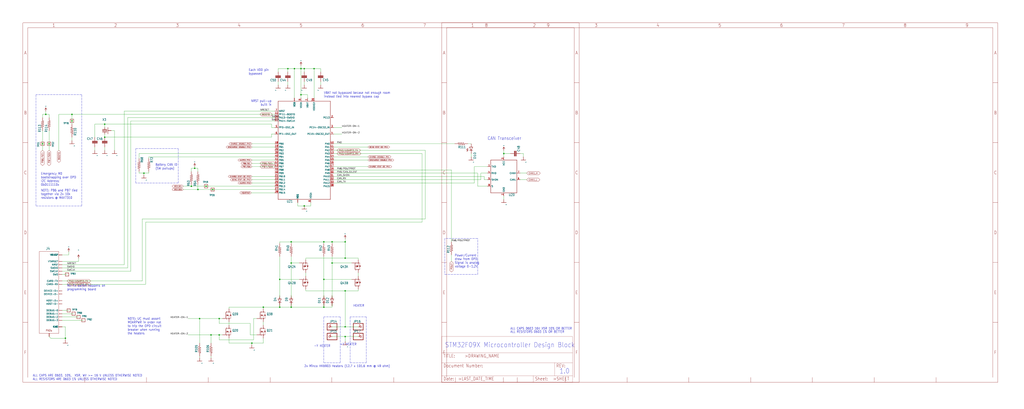
<source format=kicad_sch>
(kicad_sch (version 20211123) (generator eeschema)
  (paper "User" 795.02 317.906)
  (lib_symbols
    (symbol "oresat-batteries-eagle-import:3.3V" (power)
      (property "Value" "3.3V" (at 0 2.794 0))
      (symbol "3.3V_1_0"
        (pin power_in line (at 0 0 90) (length 2.54) (name "3.3V") (number "1"))
      )
    )
    (symbol "oresat-batteries-eagle-import:C-EU0603-C-NOSILK"
      (property "Reference" "C" (at 1.524 0.381 0))
      (property "Value" "C-EU0603-C-NOSILK" (at 1.524 -4.699 0))
      (symbol "C-EU0603-C-NOSILK_1_0"
        (pin passive line (at 0 2.54 270) (length 2.54) (name "1") (number "1"))
        (pin passive line (at 0 -5.08 90) (length 2.54) (name "2") (number "2"))
      )
    )
    (symbol "oresat-batteries-eagle-import:CRYSTAL-WITH-GND"
      (property "Reference" "X" (at 5.08 -2.54 0))
      (property "Value" "CRYSTAL-WITH-GND" (at 5.08 -5.08 0))
      (symbol "CRYSTAL-WITH-GND_1_0"
        (pin passive line (at -2.54 0 0) (length 0) (name "1") (number "1"))
        (pin power_in line (at 0 -5.08 90) (length 2.54) (name "SHIELD") (number "2"))
        (pin passive line (at 2.54 0 180) (length 0) (name "2") (number "3"))
        (pin power_in line (at 0 -5.08 90) (length 2.54) (name "SHIELD") (number "4"))
      )
    )
    (symbol "oresat-batteries-eagle-import:DIODE-SOD323-R"
      (property "Reference" "D" (at -2.54 1.905 0))
      (property "Value" "DIODE-SOD323-R" (at -2.54 -3.81 0))
      (symbol "DIODE-SOD323-R_1_0"
        (text "SpiceOrder 1" (at -2.54 0 0) (effects (font (size 0.4064 0.3454))))
        (text "SpiceOrder 2" (at 2.54 0 0) (effects (font (size 0.4064 0.3454))))
        (pin passive line (at -2.54 0 0) (length 0) (name "A") (number "A"))
        (pin passive line (at 2.54 0 180) (length 0) (name "C") (number "C"))
      )
    )
    (symbol "oresat-batteries-eagle-import:FRAME_B_L"
      (symbol "FRAME_B_L_0_0"
        (text "1" (at 23.9889 277.495 0) (effects (font (size 2.54 2.286))))
        (text "2" (at 71.9667 277.495 0) (effects (font (size 2.54 2.286))))
        (text "3" (at 119.9444 277.495 0) (effects (font (size 2.54 2.286))))
        (text "4" (at 167.9222 277.495 0) (effects (font (size 2.54 2.286))))
        (text "5" (at 215.9 277.495 0) (effects (font (size 2.54 2.286))))
        (text "6" (at 263.8778 277.495 0) (effects (font (size 2.54 2.286))))
        (text "7" (at 311.8556 277.495 0) (effects (font (size 2.54 2.286))))
        (text "8" (at 359.8333 277.495 0) (effects (font (size 2.54 2.286))))
        (text "9" (at 407.8111 277.495 0) (effects (font (size 2.54 2.286))))
        (text "A" (at 1.905 256.1167 0) (effects (font (size 2.54 2.286))))
        (text "A" (at 429.895 256.1167 0) (effects (font (size 2.54 2.286))))
        (text "B" (at 1.905 209.55 0) (effects (font (size 2.54 2.286))))
        (text "B" (at 429.895 209.55 0) (effects (font (size 2.54 2.286))))
        (text "C" (at 1.905 162.9833 0) (effects (font (size 2.54 2.286))))
        (text "C" (at 429.895 162.9833 0) (effects (font (size 2.54 2.286))))
        (text "D" (at 1.905 116.4167 0) (effects (font (size 2.54 2.286))))
        (text "D" (at 429.895 116.4167 0) (effects (font (size 2.54 2.286))))
        (text "E" (at 1.905 69.85 0) (effects (font (size 2.54 2.286))))
        (text "E" (at 429.895 69.85 0) (effects (font (size 2.54 2.286))))
        (text "F" (at 1.905 23.2833 0) (effects (font (size 2.54 2.286))))
        (text "F" (at 429.895 23.2833 0) (effects (font (size 2.54 2.286))))
      )
      (symbol "FRAME_B_L_2_0"
        (text ">DRAWING_NAME" (at 17.78 19.05 0) (effects (font (size 2.54 2.159)) (justify left bottom)))
        (text ">LAST_DATE_TIME" (at 12.7 1.27 0) (effects (font (size 2.54 2.159)) (justify left bottom)))
        (text ">SHEET" (at 86.36 1.27 0) (effects (font (size 2.54 2.159)) (justify left bottom)))
        (text "Date:" (at 1.27 1.27 0) (effects (font (size 2.54 2.159)) (justify left bottom)))
        (text "Document Number:" (at 1.27 11.43 0) (effects (font (size 2.54 2.159)) (justify left bottom)))
        (text "REV:" (at 88.9 11.43 0) (effects (font (size 2.54 2.159)) (justify left bottom)))
        (text "Sheet:" (at 72.39 1.27 0) (effects (font (size 2.54 2.159)) (justify left bottom)))
        (text "TITLE:" (at 1.27 19.05 0) (effects (font (size 2.54 2.159)) (justify left bottom)))
      )
    )
    (symbol "oresat-batteries-eagle-import:GND" (power)
      (property "Value" "GND" (at -2.54 -2.54 0))
      (symbol "GND_1_0"
        (pin power_in line (at 0 2.54 270) (length 2.54) (name "GND") (number "1"))
      )
    )
    (symbol "oresat-batteries-eagle-import:LED-GREEN0603"
      (property "Reference" "D" (at -3.429 -4.572 90))
      (property "Value" "LED-GREEN0603" (at 1.905 -4.572 90))
      (symbol "LED-GREEN0603_1_0"
        (pin passive line (at 0 2.54 270) (length 2.54) (name "A") (number "A"))
        (pin passive line (at 0 -5.08 90) (length 2.54) (name "C") (number "C"))
      )
    )
    (symbol "oresat-batteries-eagle-import:MOSFET-PCH-SOT23-6"
      (property "Reference" "Q" (at -11.43 -1.27 0))
      (property "Value" "MOSFET-PCH-SOT23-6" (at -11.43 -3.81 0))
      (symbol "MOSFET-PCH-SOT23-6_1_0"
        (pin passive line (at -2.54 2.54 0) (length 2.54) (name "G") (number "1"))
        (pin passive line (at 2.54 5.08 270) (length 2.54) (name "S") (number "5"))
        (pin passive line (at 2.54 -5.08 90) (length 2.54) (name "D") (number "6"))
      )
      (symbol "MOSFET-PCH-SOT23-6_2_0"
        (pin passive line (at 2.54 5.08 270) (length 2.54) (name "S") (number "2"))
        (pin passive line (at -2.54 2.54 0) (length 2.54) (name "G") (number "3"))
        (pin passive line (at 2.54 -5.08 90) (length 2.54) (name "D") (number "4"))
      )
    )
    (symbol "oresat-batteries-eagle-import:N-MOSFET-SOT-23-3"
      (property "Reference" "Q" (at 5.08 0 0))
      (property "Value" "N-MOSFET-SOT-23-3" (at 5.08 -2.54 0))
      (symbol "N-MOSFET-SOT-23-3_1_0"
        (pin passive line (at -2.54 -2.54 0) (length 2.54) (name "G") (number "1"))
        (pin passive line (at 2.54 -5.08 90) (length 2.54) (name "S") (number "2"))
        (pin passive line (at 2.54 5.08 270) (length 2.54) (name "D") (number "3"))
      )
    )
    (symbol "oresat-batteries-eagle-import:ORESAT-DEBUG-CONNECTOR-ALL"
      (property "Reference" "J" (at -3.81 31.75 0))
      (symbol "ORESAT-DEBUG-CONNECTOR-ALL_1_0"
        (text "PADs" (at -2.54 -31.75 0) (effects (font (size 1.524 1.2954)) (justify left bottom)))
        (pin passive line (at 10.16 27.94 180) (length 2.54) (name "VBUSP") (number "1"))
        (pin passive line (at 10.16 20.32 180) (length 2.54) (name "NRST") (number "10"))
        (pin passive line (at 10.16 22.86 180) (length 2.54) (name "VTARGET") (number "11"))
        (pin passive line (at 10.16 5.08 180) (length 2.54) (name "CARD-RX") (number "12"))
        (pin passive line (at 10.16 7.62 180) (length 2.54) (name "CARD-TX") (number "13"))
        (pin passive line (at 10.16 17.78 180) (length 2.54) (name "SWDIO") (number "14"))
        (pin passive line (at 10.16 15.24 180) (length 2.54) (name "SWCLK") (number "15"))
        (pin passive line (at 10.16 12.7 180) (length 2.54) (name "SWO") (number "16"))
        (pin passive line (at 10.16 -15.24 180) (length 2.54) (name "DEBUG-0") (number "17"))
        (pin passive line (at 10.16 -17.78 180) (length 2.54) (name "DEBUG-1") (number "18"))
        (pin passive line (at 10.16 -20.32 180) (length 2.54) (name "DEBUG-2") (number "19"))
        (pin passive line (at 10.16 27.94 180) (length 2.54) (name "VBUSP") (number "2"))
        (pin passive line (at 10.16 -22.86 180) (length 2.54) (name "DEBUG-3") (number "20"))
        (pin passive line (at 10.16 -27.94 180) (length 2.54) (name "GND") (number "3"))
        (pin passive line (at 10.16 0 180) (length 2.54) (name "DEVICE-D+") (number "4"))
        (pin passive line (at 10.16 -2.54 180) (length 2.54) (name "DEVICE-D-") (number "5"))
        (pin passive line (at 10.16 -27.94 180) (length 2.54) (name "GND") (number "6"))
        (pin passive line (at 10.16 -7.62 180) (length 2.54) (name "HOST-D+") (number "7"))
        (pin passive line (at 10.16 -10.16 180) (length 2.54) (name "HOST-D-") (number "8"))
        (pin passive line (at 10.16 -27.94 180) (length 2.54) (name "GND") (number "9"))
        (pin bidirectional line (at 0 -35.56 90) (length 2.54) (name "PAD") (number "PAD1"))
        (pin bidirectional line (at 0 -35.56 90) (length 2.54) (name "PAD") (number "PAD2"))
      )
    )
    (symbol "oresat-batteries-eagle-import:PINHD-1X1"
      (property "Reference" "JP" (at -6.35 3.175 0))
      (property "Value" "PINHD-1X1" (at -6.35 -5.08 0))
      (symbol "PINHD-1X1_1_0"
        (pin passive inverted (at -2.54 0 0) (length 2.54) (name "1") (number "1"))
      )
    )
    (symbol "oresat-batteries-eagle-import:R-US_0603-C-NOSILK"
      (property "Reference" "R" (at -3.81 1.4986 0))
      (property "Value" "R-US_0603-C-NOSILK" (at -3.81 -3.302 0))
      (symbol "R-US_0603-C-NOSILK_1_0"
        (pin passive line (at -5.08 0 0) (length 2.54) (name "1") (number "1"))
        (pin passive line (at 5.08 0 180) (length 2.54) (name "2") (number "2"))
      )
    )
    (symbol "oresat-batteries-eagle-import:STM32F091C"
      (property "Value" "STM32F091C" (at -20.32 40.64 0))
      (symbol "STM32F091C_1_0"
        (pin power_in line (at -2.54 40.64 270) (length 2.54) (name "VBAT") (number "1"))
        (pin bidirectional line (at -22.86 5.08 0) (length 2.54) (name "PA0") (number "10"))
        (pin bidirectional line (at -22.86 2.54 0) (length 2.54) (name "PA1") (number "11"))
        (pin bidirectional line (at -22.86 0 0) (length 2.54) (name "PA2") (number "12"))
        (pin bidirectional line (at -22.86 -2.54 0) (length 2.54) (name "PA3") (number "13"))
        (pin bidirectional line (at -22.86 -5.08 0) (length 2.54) (name "PA4") (number "14"))
        (pin bidirectional line (at -22.86 -7.62 0) (length 2.54) (name "PA5") (number "15"))
        (pin bidirectional line (at -22.86 -10.16 0) (length 2.54) (name "PA6") (number "16"))
        (pin bidirectional line (at -22.86 -12.7 0) (length 2.54) (name "PA7") (number "17"))
        (pin bidirectional line (at 22.86 5.08 180) (length 2.54) (name "PB0") (number "18"))
        (pin bidirectional line (at 22.86 2.54 180) (length 2.54) (name "PB1") (number "19"))
        (pin bidirectional line (at -22.86 25.4 0) (length 2.54) (name "PC13") (number "2"))
        (pin bidirectional line (at 22.86 0 180) (length 2.54) (name "PB2") (number "20"))
        (pin bidirectional line (at 22.86 -20.32 180) (length 2.54) (name "PB10") (number "21"))
        (pin bidirectional line (at 22.86 -22.86 180) (length 2.54) (name "PB11") (number "22"))
        (pin power_in line (at 5.08 -40.64 90) (length 2.54) (name "VSS") (number "23"))
        (pin power_in line (at 7.62 40.64 270) (length 2.54) (name "VDD") (number "24"))
        (pin bidirectional line (at 22.86 -25.4 180) (length 2.54) (name "PB12") (number "25"))
        (pin bidirectional line (at 22.86 -27.94 180) (length 2.54) (name "PB13") (number "26"))
        (pin bidirectional line (at 22.86 -30.48 180) (length 2.54) (name "PB14") (number "27"))
        (pin bidirectional line (at 22.86 -33.02 180) (length 2.54) (name "PB15") (number "28"))
        (pin bidirectional line (at -22.86 -15.24 0) (length 2.54) (name "PA8") (number "29"))
        (pin bidirectional line (at -22.86 17.78 0) (length 2.54) (name "PC14-OSC32_IN") (number "3"))
        (pin bidirectional line (at -22.86 -17.78 0) (length 2.54) (name "PA9") (number "30"))
        (pin bidirectional line (at -22.86 -20.32 0) (length 2.54) (name "PA10") (number "31"))
        (pin bidirectional line (at -22.86 -22.86 0) (length 2.54) (name "PA11") (number "32"))
        (pin bidirectional line (at -22.86 -25.4 0) (length 2.54) (name "PA12") (number "33"))
        (pin bidirectional line (at 22.86 25.4 180) (length 2.54) (name "PA13-SWDIO") (number "34"))
        (pin power_in line (at 5.08 -40.64 90) (length 2.54) (name "VSS") (number "35"))
        (pin power_in line (at -7.62 40.64 270) (length 2.54) (name "VDDIO2") (number "36"))
        (pin bidirectional line (at 22.86 22.86 180) (length 2.54) (name "PA14-SWCLK") (number "37"))
        (pin bidirectional line (at -22.86 -27.94 0) (length 2.54) (name "PA15") (number "38"))
        (pin bidirectional line (at 22.86 -2.54 180) (length 2.54) (name "PB3") (number "39"))
        (pin bidirectional line (at -22.86 12.7 0) (length 2.54) (name "PC15-OSC32_OUT") (number "4"))
        (pin bidirectional line (at 22.86 -5.08 180) (length 2.54) (name "PB4") (number "40"))
        (pin bidirectional line (at 22.86 -7.62 180) (length 2.54) (name "PB5") (number "41"))
        (pin bidirectional line (at 22.86 -10.16 180) (length 2.54) (name "PB6") (number "42"))
        (pin bidirectional line (at 22.86 -12.7 180) (length 2.54) (name "PB7") (number "43"))
        (pin bidirectional line (at 22.86 27.94 180) (length 2.54) (name "PF11-BOOT0") (number "44"))
        (pin bidirectional line (at 22.86 -15.24 180) (length 2.54) (name "PB8") (number "45"))
        (pin bidirectional line (at 22.86 -17.78 180) (length 2.54) (name "PB9") (number "46"))
        (pin power_in line (at 5.08 -40.64 90) (length 2.54) (name "VSS") (number "47"))
        (pin power_in line (at 7.62 40.64 270) (length 2.54) (name "VDD") (number "48"))
        (pin bidirectional line (at 22.86 17.78 180) (length 2.54) (name "PF0-OSC_IN") (number "5"))
        (pin bidirectional line (at 22.86 12.7 180) (length 2.54) (name "PF1-OSC_OUT") (number "6"))
        (pin bidirectional line (at 22.86 30.48 180) (length 2.54) (name "NRST") (number "7"))
        (pin power_in line (at -5.08 -40.64 90) (length 2.54) (name "VSSA") (number "8"))
        (pin power_in line (at 2.54 40.64 270) (length 2.54) (name "VDDA") (number "9"))
      )
    )
    (symbol "oresat-batteries-eagle-import:TCAN330"
      (property "Reference" "U" (at 7.62 -17.78 0))
      (property "Value" "TCAN330" (at 7.62 -20.32 0))
      (symbol "TCAN330_1_0"
        (pin input line (at -12.7 7.62 0) (length 2.54) (name "TXD") (number "1"))
        (pin power_in line (at 0 -15.24 90) (length 2.54) (name "GND") (number "2"))
        (pin power_in line (at 0 15.24 270) (length 2.54) (name "VCC") (number "3"))
        (pin output line (at -12.7 2.54 0) (length 2.54) (name "RXD") (number "4"))
        (pin input line (at -12.7 -2.54 0) (length 2.54) (name "SHDN") (number "5"))
        (pin bidirectional line (at 12.7 -2.54 180) (length 2.54) (name "CANL") (number "6"))
        (pin bidirectional line (at 12.7 2.54 180) (length 2.54) (name "CANH") (number "7"))
        (pin input line (at -12.7 -7.62 0) (length 2.54) (name "S") (number "8"))
      )
    )
    (symbol "oresat-batteries-eagle-import:TEST-POINT-LARGE-SQUARE"
      (property "Reference" "TP" (at -2.54 2.54 0))
      (symbol "TEST-POINT-LARGE-SQUARE_1_0"
        (pin passive line (at 0 0 0) (length 0) (name "1") (number "1"))
      )
    )
    (symbol "oresat-batteries-eagle-import:VBUSP" (power)
      (property "Value" "VBUSP" (at 0 2.794 0))
      (symbol "VBUSP_1_0"
        (pin power_in line (at 0 0 90) (length 2.54) (name "VBUSP") (number "1"))
      )
    )
  )
  (junction (at 151.13 130.81))
  (junction (at 153.67 147.32))
  (junction (at 251.46 238.76))
  (junction (at 267.97 254))
  (junction (at 251.46 187.96))
  (junction (at 81.28 96.52))
  (junction (at 228.6 53.34))
  (junction (at 226.06 187.96))
  (junction (at 226.06 204.47))
  (junction (at 160.02 144.78))
  (junction (at 111.76 134.62))
  (junction (at 81.28 106.68))
  (junction (at 148.59 144.78))
  (junction (at 170.18 247.65))
  (junction (at 217.17 217.17))
  (junction (at 233.68 53.34))
  (junction (at 170.18 260.35))
  (junction (at 257.81 187.96))
  (junction (at 236.22 160.02))
  (junction (at 257.81 204.47))
  (junction (at 233.68 73.66))
  (junction (at 243.84 53.34))
  (junction (at 35.56 88.9))
  (junction (at 267.97 226.06))
  (junction (at 226.06 238.76))
  (junction (at 204.47 238.76))
  (junction (at 217.17 238.76))
  (junction (at 267.97 200.66))
  (junction (at 50.8 262.89))
  (junction (at 165.1 147.32))
  (junction (at 236.22 53.34))
  (junction (at 55.88 88.9))
  (junction (at 154.94 247.65))
  (junction (at 33.02 111.76))
  (junction (at 38.1 111.76))
  (junction (at 163.83 260.35))
  (junction (at 251.46 217.17))
  (junction (at 267.97 187.96))
  (junction (at 195.58 266.7))
  (junction (at 223.52 53.34))
  (junction (at 55.88 93.98))
  (junction (at 391.16 119.38))
  (junction (at 267.97 261.62))
  (polyline (pts (xy 138.43 115.57) (xy 138.43 142.24)))
  (wire (pts (xy 154.94 278.13) (xy 154.94 276.86)))
  (wire (pts (xy 350.52 132.08) (xy 259.08 132.08)))
  (wire (pts (xy 53.34 198.12) (xy 53.34 195.58)))
  (wire (pts (xy 81.28 106.68) (xy 81.28 104.14)))
  (polyline (pts (xy 345.44 213.36) (xy 370.84 213.36)))
  (wire (pts (xy 238.76 73.66) (xy 233.68 73.66)))
  (wire (pts (xy 213.36 127) (xy 195.58 127)))
  (wire (pts (xy 226.06 238.76) (xy 251.46 238.76)))
  (wire (pts (xy 257.81 238.76) (xy 257.81 236.22)))
  (wire (pts (xy 163.83 260.35) (xy 146.05 260.35)))
  (wire (pts (xy 327.66 119.38) (xy 327.66 172.72)))
  (wire (pts (xy 350.52 198.12) (xy 350.52 203.2)))
  (polyline (pts (xy 370.84 213.36) (xy 370.84 185.42)))
  (wire (pts (xy 213.36 119.38) (xy 107.95 119.38)))
  (wire (pts (xy 237.49 200.66) (xy 267.97 200.66)))
  (wire (pts (xy 373.38 139.7) (xy 259.08 139.7)))
  (wire (pts (xy 259.08 119.38) (xy 327.66 119.38)))
  (wire (pts (xy 213.36 114.3) (xy 195.58 114.3)))
  (wire (pts (xy 48.26 254) (xy 50.8 254)))
  (wire (pts (xy 170.18 251.46) (xy 170.18 247.65)))
  (wire (pts (xy 365.76 119.38) (xy 365.76 121.92)))
  (wire (pts (xy 213.36 124.46) (xy 195.58 124.46)))
  (wire (pts (xy 406.4 119.38) (xy 406.4 121.92)))
  (wire (pts (xy 226.06 187.96) (xy 251.46 187.96)))
  (wire (pts (xy 233.68 73.66) (xy 233.68 53.34)))
  (wire (pts (xy 57.15 243.84) (xy 48.26 243.84)))
  (wire (pts (xy 213.36 142.24) (xy 195.58 142.24)))
  (polyline (pts (xy 27.94 160.02) (xy 63.5 160.02)))
  (wire (pts (xy 223.52 55.88) (xy 223.52 53.34)))
  (wire (pts (xy 248.92 66.04) (xy 248.92 63.5)))
  (wire (pts (xy 38.1 261.62) (xy 39.37 262.89)))
  (wire (pts (xy 327.66 172.72) (xy 113.03 172.72)))
  (wire (pts (xy 101.6 210.82) (xy 101.6 93.98)))
  (wire (pts (xy 217.17 238.76) (xy 226.06 238.76)))
  (wire (pts (xy 232.41 204.47) (xy 226.06 204.47)))
  (wire (pts (xy 154.94 247.65) (xy 154.94 266.7)))
  (wire (pts (xy 210.82 99.06) (xy 210.82 96.52)))
  (wire (pts (xy 259.08 99.06) (xy 265.43 99.06)))
  (wire (pts (xy 259.08 121.92) (xy 285.75 121.92)))
  (wire (pts (xy 55.88 96.52) (xy 55.88 93.98)))
  (wire (pts (xy 267.97 226.06) (xy 278.13 226.06)))
  (polyline (pts (xy 105.41 142.24) (xy 105.41 115.57)))
  (wire (pts (xy 210.82 96.52) (xy 81.28 96.52)))
  (wire (pts (xy 259.08 116.84) (xy 330.2 116.84)))
  (wire (pts (xy 217.17 236.22) (xy 217.17 238.76)))
  (wire (pts (xy 273.05 204.47) (xy 257.81 204.47)))
  (wire (pts (xy 259.08 111.76) (xy 353.06 111.76)))
  (polyline (pts (xy 271.78 281.94) (xy 284.48 281.94)))
  (wire (pts (xy 38.1 111.76) (xy 38.1 101.6)))
  (wire (pts (xy 257.81 261.62) (xy 267.97 261.62)))
  (wire (pts (xy 259.08 129.54) (xy 285.75 129.54)))
  (wire (pts (xy 248.92 53.34) (xy 248.92 55.88)))
  (wire (pts (xy 153.67 130.81) (xy 153.67 133.35)))
  (wire (pts (xy 391.16 119.38) (xy 391.16 116.84)))
  (wire (pts (xy 251.46 187.96) (xy 257.81 187.96)))
  (wire (pts (xy 172.72 247.65) (xy 170.18 247.65)))
  (wire (pts (xy 237.49 226.06) (xy 267.97 226.06)))
  (wire (pts (xy 73.66 106.68) (xy 73.66 96.52)))
  (wire (pts (xy 259.08 104.14) (xy 265.43 104.14)))
  (wire (pts (xy 238.76 76.2) (xy 238.76 73.66)))
  (wire (pts (xy 375.92 139.7) (xy 375.92 137.16)))
  (wire (pts (xy 213.36 99.06) (xy 210.82 99.06)))
  (wire (pts (xy 251.46 199.39) (xy 251.46 217.17)))
  (wire (pts (xy 148.59 133.35) (xy 148.59 130.81)))
  (wire (pts (xy 33.02 91.44) (xy 33.02 88.9)))
  (wire (pts (xy 213.36 129.54) (xy 195.58 129.54)))
  (wire (pts (xy 251.46 238.76) (xy 257.81 238.76)))
  (wire (pts (xy 213.36 147.32) (xy 165.1 147.32)))
  (wire (pts (xy 154.94 247.65) (xy 170.18 247.65)))
  (wire (pts (xy 194.31 260.35) (xy 194.31 251.46)))
  (wire (pts (xy 213.36 111.76) (xy 195.58 111.76)))
  (wire (pts (xy 391.16 154.94) (xy 391.16 152.4)))
  (wire (pts (xy 241.3 160.02) (xy 241.3 157.48)))
  (wire (pts (xy 163.83 278.13) (xy 163.83 276.86)))
  (wire (pts (xy 251.46 231.14) (xy 251.46 217.17)))
  (wire (pts (xy 257.81 204.47) (xy 257.81 199.39)))
  (polyline (pts (xy 345.44 185.42) (xy 345.44 213.36)))
  (wire (pts (xy 170.18 260.35) (xy 163.83 260.35)))
  (wire (pts (xy 48.26 241.3) (xy 53.34 241.3)))
  (wire (pts (xy 107.95 134.62) (xy 111.76 134.62)))
  (wire (pts (xy 237.49 212.09) (xy 237.49 214.63)))
  (wire (pts (xy 165.1 147.32) (xy 153.67 147.32)))
  (wire (pts (xy 204.47 240.03) (xy 204.47 238.76)))
  (wire (pts (xy 378.46 139.7) (xy 375.92 139.7)))
  (wire (pts (xy 111.76 135.89) (xy 111.76 134.62)))
  (wire (pts (xy 99.06 91.44) (xy 213.36 91.44)))
  (polyline (pts (xy 251.46 246.38) (xy 251.46 281.94)))
  (wire (pts (xy 226.06 204.47) (xy 226.06 199.39)))
  (wire (pts (xy 267.97 226.06) (xy 267.97 254)))
  (wire (pts (xy 148.59 144.78) (xy 142.24 144.78)))
  (wire (pts (xy 195.58 267.97) (xy 195.58 266.7)))
  (wire (pts (xy 110.49 218.44) (xy 48.26 218.44)))
  (wire (pts (xy 267.97 261.62) (xy 278.13 261.62)))
  (wire (pts (xy 233.68 76.2) (xy 233.68 73.66)))
  (wire (pts (xy 217.17 217.17) (xy 217.17 199.39)))
  (polyline (pts (xy 370.84 185.42) (xy 345.44 185.42)))
  (wire (pts (xy 223.52 53.34) (xy 228.6 53.34)))
  (wire (pts (xy 213.36 139.7) (xy 195.58 139.7)))
  (wire (pts (xy 170.18 251.46) (xy 194.31 251.46)))
  (wire (pts (xy 257.81 254) (xy 267.97 254)))
  (wire (pts (xy 148.59 143.51) (xy 148.59 144.78)))
  (polyline (pts (xy 138.43 142.24) (xy 105.41 142.24)))
  (polyline (pts (xy 284.48 281.94) (xy 284.48 246.38)))
  (wire (pts (xy 107.95 119.38) (xy 107.95 123.19)))
  (wire (pts (xy 237.49 201.93) (xy 237.49 200.66)))
  (wire (pts (xy 73.66 116.84) (xy 73.66 114.3)))
  (wire (pts (xy 88.9 116.84) (xy 88.9 101.6)))
  (wire (pts (xy 259.08 114.3) (xy 285.75 114.3)))
  (wire (pts (xy 228.6 76.2) (xy 228.6 53.34)))
  (wire (pts (xy 81.28 116.84) (xy 81.28 114.3)))
  (polyline (pts (xy 27.94 73.66) (xy 27.94 160.02)))
  (wire (pts (xy 101.6 210.82) (xy 48.26 210.82)))
  (wire (pts (xy 177.8 266.7) (xy 177.8 262.89)))
  (wire (pts (xy 226.06 236.22) (xy 226.06 238.76)))
  (polyline (pts (xy 251.46 281.94) (xy 264.16 281.94)))
  (wire (pts (xy 226.06 204.47) (xy 226.06 231.14)))
  (wire (pts (xy 199.39 260.35) (xy 194.31 260.35)))
  (wire (pts (xy 195.072 149.86) (xy 213.36 149.86)))
  (wire (pts (xy 243.84 53.34) (xy 248.92 53.34)))
  (wire (pts (xy 151.13 130.81) (xy 153.67 130.81)))
  (wire (pts (xy 267.97 265.43) (xy 267.97 261.62)))
  (wire (pts (xy 278.13 200.66) (xy 278.13 201.93)))
  (wire (pts (xy 177.8 240.03) (xy 177.8 238.76)))
  (wire (pts (xy 48.26 203.2) (xy 60.96 203.2)))
  (wire (pts (xy 243.84 53.34) (xy 236.22 53.34)))
  (wire (pts (xy 170.18 264.16) (xy 196.85 264.16)))
  (wire (pts (xy 195.58 266.7) (xy 177.8 266.7)))
  (wire (pts (xy 251.46 236.22) (xy 251.46 238.76)))
  (wire (pts (xy 368.3 129.54) (xy 368.3 142.24)))
  (wire (pts (xy 52.07 213.36) (xy 48.26 213.36)))
  (polyline (pts (xy 63.5 73.66) (xy 27.94 73.66)))
  (wire (pts (xy 115.57 134.62) (xy 115.57 133.35)))
  (wire (pts (xy 88.9 101.6) (xy 86.36 101.6)))
  (wire (pts (xy 243.84 53.34) (xy 243.84 76.2)))
  (wire (pts (xy 363.22 111.76) (xy 365.76 111.76)))
  (wire (pts (xy 115.57 123.19) (xy 115.57 121.92)))
  (wire (pts (xy 378.46 129.54) (xy 368.3 129.54)))
  (wire (pts (xy 33.02 111.76) (xy 33.02 101.6)))
  (wire (pts (xy 259.08 142.24) (xy 368.3 142.24)))
  (wire (pts (xy 403.86 139.7) (xy 408.94 139.7)))
  (wire (pts (xy 213.36 137.16) (xy 195.58 137.16)))
  (wire (pts (xy 99.06 208.28) (xy 99.06 91.44)))
  (wire (pts (xy 278.13 214.63) (xy 278.13 212.09)))
  (wire (pts (xy 251.46 189.23) (xy 251.46 187.96)))
  (polyline (pts (xy 63.5 160.02) (xy 63.5 73.66)))
  (wire (pts (xy 45.72 88.9) (xy 45.72 116.84)))
  (polyline (pts (xy 264.16 246.38) (xy 251.46 246.38)))
  (wire (pts (xy 267.97 187.96) (xy 267.97 185.42)))
  (wire (pts (xy 267.97 200.66) (xy 278.13 200.66)))
  (wire (pts (xy 403.86 119.38) (xy 406.4 119.38)))
  (wire (pts (xy 259.08 134.62) (xy 370.84 134.62)))
  (wire (pts (xy 111.76 134.62) (xy 115.57 134.62)))
  (wire (pts (xy 391.16 121.92) (xy 391.16 119.38)))
  (wire (pts (xy 257.81 204.47) (xy 257.81 231.14)))
  (wire (pts (xy 33.02 88.9) (xy 35.56 88.9)))
  (wire (pts (xy 115.57 121.92) (xy 213.36 121.92)))
  (wire (pts (xy 55.88 93.98) (xy 55.88 88.9)))
  (wire (pts (xy 163.83 260.35) (xy 163.83 266.7)))
  (wire (pts (xy 213.36 88.9) (xy 55.88 88.9)))
  (wire (pts (xy 370.84 144.78) (xy 378.46 144.78)))
  (wire (pts (xy 39.37 262.89) (xy 50.8 262.89)))
  (wire (pts (xy 170.18 264.16) (xy 170.18 260.35)))
  (wire (pts (xy 237.49 224.79) (xy 237.49 226.06)))
  (wire (pts (xy 226.06 187.96) (xy 217.17 187.96)))
  (wire (pts (xy 350.52 187.96) (xy 350.52 132.08)))
  (wire (pts (xy 64.77 248.92) (xy 48.26 248.92)))
  (wire (pts (xy 204.47 238.76) (xy 217.17 238.76)))
  (wire (pts (xy 215.9 55.88) (xy 215.9 53.34)))
  (wire (pts (xy 233.68 53.34) (xy 233.68 50.8)))
  (polyline (pts (xy 284.48 246.38) (xy 271.78 246.38)))
  (wire (pts (xy 330.2 116.84) (xy 330.2 170.18)))
  (wire (pts (xy 48.26 198.12) (xy 53.34 198.12)))
  (wire (pts (xy 215.9 53.34) (xy 223.52 53.34)))
  (wire (pts (xy 50.8 262.89) (xy 50.8 264.16)))
  (wire (pts (xy 232.41 217.17) (xy 217.17 217.17)))
  (wire (pts (xy 217.17 187.96) (xy 217.17 189.23)))
  (wire (pts (xy 378.46 134.62) (xy 373.38 134.62)))
  (wire (pts (xy 267.97 200.66) (xy 267.97 187.96)))
  (wire (pts (xy 151.13 129.54) (xy 151.13 130.81)))
  (wire (pts (xy 196.85 247.65) (xy 196.85 264.16)))
  (wire (pts (xy 50.8 254) (xy 50.8 262.89)))
  (wire (pts (xy 107.95 133.35) (xy 107.95 134.62)))
  (wire (pts (xy 223.52 66.04) (xy 223.52 63.5)))
  (wire (pts (xy 153.67 143.51) (xy 153.67 147.32)))
  (wire (pts (xy 81.28 96.52) (xy 81.28 99.06)))
  (wire (pts (xy 373.38 134.62) (xy 373.38 139.7)))
  (polyline (pts (xy 271.78 246.38) (xy 271.78 281.94)))
  (wire (pts (xy 113.03 220.98) (xy 48.26 220.98)))
  (wire (pts (xy 231.14 160.02) (xy 231.14 157.48)))
  (wire (pts (xy 259.08 124.46) (xy 285.75 124.46)))
  (wire (pts (xy 215.9 63.5) (xy 215.9 66.04)))
  (wire (pts (xy 101.6 93.98) (xy 213.36 93.98)))
  (wire (pts (xy 154.94 247.65) (xy 146.05 247.65)))
  (wire (pts (xy 236.22 55.88) (xy 236.22 53.34)))
  (wire (pts (xy 391.16 119.38) (xy 396.24 119.38)))
  (wire (pts (xy 257.81 189.23) (xy 257.81 187.96)))
  (wire (pts (xy 35.56 88.9) (xy 35.56 86.36)))
  (wire (pts (xy 33.02 116.84) (xy 33.02 111.76)))
  (wire (pts (xy 177.8 250.19) (xy 177.8 252.73)))
  (wire (pts (xy 228.6 53.34) (xy 233.68 53.34)))
  (polyline (pts (xy 105.41 115.57) (xy 138.43 115.57)))
  (wire (pts (xy 99.06 208.28) (xy 48.26 208.28)))
  (wire (pts (xy 204.47 250.19) (xy 204.47 252.73)))
  (wire (pts (xy 257.81 187.96) (xy 267.97 187.96)))
  (wire (pts (xy 330.2 170.18) (xy 110.49 170.18)))
  (wire (pts (xy 204.47 262.89) (xy 204.47 266.7)))
  (wire (pts (xy 213.36 144.78) (xy 160.02 144.78)))
  (wire (pts (xy 55.88 88.9) (xy 45.72 88.9)))
  (wire (pts (xy 210.82 106.68) (xy 81.28 106.68)))
  (wire (pts (xy 160.02 144.78) (xy 148.59 144.78)))
  (wire (pts (xy 110.49 170.18) (xy 110.49 218.44)))
  (wire (pts (xy 251.46 217.17) (xy 273.05 217.17)))
  (wire (pts (xy 199.39 247.65) (xy 196.85 247.65)))
  (wire (pts (xy 278.13 226.06) (xy 278.13 224.79)))
  (wire (pts (xy 38.1 116.84) (xy 38.1 111.76)))
  (wire (pts (xy 38.1 88.9) (xy 38.1 91.44)))
  (wire (pts (xy 267.97 254) (xy 278.13 254)))
  (wire (pts (xy 177.8 238.76) (xy 204.47 238.76)))
  (wire (pts (xy 96.52 86.36) (xy 213.36 86.36)))
  (wire (pts (xy 113.03 172.72) (xy 113.03 220.98)))
  (wire (pts (xy 210.82 104.14) (xy 210.82 106.68)))
  (wire (pts (xy 236.22 160.02) (xy 231.14 160.02)))
  (wire (pts (xy 236.22 53.34) (xy 233.68 53.34)))
  (wire (pts (xy 96.52 86.36) (xy 96.52 205.74)))
  (wire (pts (xy 48.26 205.74) (xy 96.52 205.74)))
  (wire (pts (xy 153.67 147.32) (xy 142.24 147.32)))
  (wire (pts (xy 217.17 217.17) (xy 217.17 231.14)))
  (wire (pts (xy 148.59 130.81) (xy 151.13 130.81)))
  (wire (pts (xy 370.84 134.62) (xy 370.84 144.78)))
  (polyline (pts (xy 264.16 281.94) (xy 264.16 246.38)))
  (wire (pts (xy 375.92 137.16) (xy 259.08 137.16)))
  (wire (pts (xy 403.86 134.62) (xy 408.94 134.62)))
  (wire (pts (xy 213.36 104.14) (xy 210.82 104.14)))
  (wire (pts (xy 236.22 63.5) (xy 236.22 66.04)))
  (wire (pts (xy 35.56 88.9) (xy 38.1 88.9)))
  (wire (pts (xy 204.47 266.7) (xy 195.58 266.7)))
  (wire (pts (xy 236.22 160.02) (xy 241.3 160.02)))
  (wire (pts (xy 73.66 96.52) (xy 81.28 96.52)))
  (wire (pts (xy 60.96 203.2) (xy 60.96 200.66)))
  (wire (pts (xy 170.18 260.35) (xy 172.72 260.35)))
  (wire (pts (xy 226.06 189.23) (xy 226.06 187.96)))
  (wire (pts (xy 55.88 106.68) (xy 55.88 109.22)))
  (wire (pts (xy 48.26 246.38) (xy 60.96 246.38)))
  (text "VBAT not bypassed becase not enough room\ninstead tied into nearest bypass cap" (at 251.46 76.2 0) (effects (font (size 1.778 1.5113)) (justify left bottom)))
  (text "STM32F09X Microcontroller Design Block" (at 345.44 270.51 180) (effects (font (size 3.81 3.2385)) (justify left bottom)))
  (text "2x Minco HK6903 Heaters (12.7 x 101.6 mm @ 49 ohm)" (at 236.22 285.75 0) (effects (font (size 1.778 1.5113)) (justify left bottom)))
  (text "1.0" (at 434.34 290.83 180) (effects (font (size 3.81 3.2385)) (justify left bottom)))
  (text "Battery CAN ID\n(SW pullups~{})" (at 120.65 132.08 180) (effects (font (size 1.778 1.5113)) (justify left bottom)))
  (text "ALL CAPS 0603 16V X5R 10% OR BETTER" (at 396.24 256.54 180) (effects (font (size 1.778 1.5113)) (justify left bottom)))
  (text "+Y HEATER" (at 276.86 266.7 180) (effects (font (size 1.778 1.5113)) (justify right top)))
  (text "ALL RESISTORS 0603 1% OR BETTER" (at 396.24 259.08 180) (effects (font (size 1.778 1.5113)) (justify left bottom)))
  (text "Power/Current\ndraw from OPD.\nSignal is analog\nvoltage 0-1.2V" (at 353.06 208.28 0) (effects (font (size 1.778 1.5113)) (justify left bottom)))
  (text "NOTE: UC must assert\nMOARPWR in order not\nto trip the OPD circuit\nbreaker when running\nthe heaters~{}" (at 99.06 260.35 0) (effects (font (size 1.778 1.5113)) (justify left bottom)))
  (text "-Y HEATER" (at 256.54 267.97 180) (effects (font (size 1.778 1.5113)) (justify right top)))
  (text "Rx-Tx switch happens on\nprogramming board" (at 52.07 226.06 180) (effects (font (size 1.778 1.5113)) (justify left bottom)))
  (text "NOTE: PB6 and PB7 tied\ntogether via 2x 10k\nresistors @ MAX7310~{}" (at 31.75 154.94 0) (effects (font (size 1.778 1.5113)) (justify left bottom)))
  (text "CAN Transceiver" (at 378.46 109.22 180) (effects (font (size 2.54 2.159)) (justify left bottom)))
  (text "Emergency M0\nbootstrapping over OPD\nI2C Address:\n0b0111110x" (at 31.75 144.78 0) (effects (font (size 1.778 1.5113)) (justify left bottom)))
  (text "HEATER" (at 274.32 238.76 180) (effects (font (size 1.778 1.5113)) (justify left bottom)))
  (text "Each VDD pin\nbypassed" (at 193.04 58.42 180) (effects (font (size 1.778 1.5113)) (justify left bottom)))
  (text "NRST pull-up\nbuilt in" (at 210.82 82.55 180) (effects (font (size 1.778 1.5113)) (justify right bottom)))
  (text "ALL CAPS ARE 0603, 10%,  X5R, WV >= 16 V UNLESS OTHERWISE NOTED\nALL RESISTORS ARE 0603 1% UNLESS OTHERWISE NOTED" (at 25.4 295.91 0) (effects (font (size 1.778 1.5113)) (justify left bottom)))
  (label "NRESET" (at 201.93 86.36 0) (effects (font (size 1.2446 1.2446))))
  (label "PA8/POUTPROT" (at 350.52 187.96 0) (effects (font (size 1.2446 1.2446))))
  (label "HEATER-ON-1" (at 265.43 99.06 0) (effects (font (size 1.2446 1.2446))))
  (label "CAN_TX" (at 261.62 142.24 0) (effects (font (size 1.2446 1.2446))))
  (label "SWCLK" (at 52.07 210.82 0) (effects (font (size 1.2446 1.2446))))
  (label "SWDIO" (at 210.82 91.44 0) (effects (font (size 1.2446 1.2446))))
  (label "NRESET" (at 52.07 205.74 0) (effects (font (size 1.2446 1.2446))))
  (label "HEATER-ON-2" (at 146.05 260.35 180) (effects (font (size 1.2446 1.2446))))
  (label "SWDIO" (at 52.07 208.28 0) (effects (font (size 1.2446 1.2446))))
  (label "HEATER-ON-2" (at 265.43 104.14 0) (effects (font (size 1.2446 1.2446))))
  (label "PA0" (at 261.62 111.76 0) (effects (font (size 1.2446 1.2446))))
  (label "HEATER-ON-1" (at 146.05 247.65 180) (effects (font (size 1.2446 1.2446))))
  (label "PA9/CAN_SILENT" (at 261.62 134.62 0) (effects (font (size 1.2446 1.2446))))
  (label "CAN_SHDN" (at 261.62 137.16 0) (effects (font (size 1.2446 1.2446))))
  (label "PA8/POUTPROT" (at 261.62 132.08 0) (effects (font (size 1.2446 1.2446))))
  (label "SWCLK" (at 210.82 93.98 0) (effects (font (size 1.2446 1.2446))))
  (label "CAN_RX" (at 261.62 139.7 0) (effects (font (size 1.2446 1.2446))))
  (global_label "I2C2_SCL" (shape bidirectional) (at 142.24 144.78 180) (effects (font (size 0.889 0.889))) (property "Intersheet References" "${INTERSHEET_REFS}" (effects hide)))
  (global_label "PB7/SDA" (shape bidirectional) (at 201.93 129.54 0) (effects (font (size 1.2446 1.2446))) (property "Intersheet References" "${INTERSHEET_REFS}" (effects hide)))
  (global_label "BOOT0" (shape bidirectional) (at 201.93 88.9 0) (effects (font (size 1.2446 1.2446))) (property "Intersheet References" "${INTERSHEET_REFS}" (effects hide)))
  (global_label "ALERTA-PK1" (shape bidirectional) (at 195.58 124.46 180) (effects (font (size 0.889 0.889))) (property "Intersheet References" "${INTERSHEET_REFS}" (effects hide)))
  (global_label "CAN1_H" (shape bidirectional) (at 408.94 134.62 0) (effects (font (size 1.2446 1.2446))) (property "Intersheet References" "${INTERSHEET_REFS}" (effects hide)))
  (global_label "PB7/SDA" (shape bidirectional) (at 38.1 116.84 270) (effects (font (size 1.2446 1.2446))) (property "Intersheet References" "${INTERSHEET_REFS}" (effects hide)))
  (global_label "PA2/USART2_TX" (shape bidirectional) (at 261.62 116.84 0) (effects (font (size 1.2446 1.2446))) (property "Intersheet References" "${INTERSHEET_REFS}" (effects hide)))
  (global_label "PB6/SCL" (shape bidirectional) (at 201.93 127 0) (effects (font (size 1.2446 1.2446))) (property "Intersheet References" "${INTERSHEET_REFS}" (effects hide)))
  (global_label "DCHG-STAT-OC-PK1" (shape bidirectional) (at 285.75 114.3 0) (effects (font (size 0.889 0.889))) (property "Intersheet References" "${INTERSHEET_REFS}" (effects hide)))
  (global_label "I2C2_SDA" (shape bidirectional) (at 142.24 147.32 180) (effects (font (size 0.889 0.889))) (property "Intersheet References" "${INTERSHEET_REFS}" (effects hide)))
  (global_label "DISCHARGE-DISABLE-PK1" (shape bidirectional) (at 285.75 124.46 0) (effects (font (size 0.889 0.889))) (property "Intersheet References" "${INTERSHEET_REFS}" (effects hide)))
  (global_label "CAN1_L" (shape bidirectional) (at 408.94 139.7 0) (effects (font (size 1.2446 1.2446))) (property "Intersheet References" "${INTERSHEET_REFS}" (effects hide)))
  (global_label "DCHG-STAT-OC-PK2" (shape bidirectional) (at 195.58 139.7 180) (effects (font (size 0.889 0.889))) (property "Intersheet References" "${INTERSHEET_REFS}" (effects hide)))
  (global_label "PA2/USART2_TX" (shape bidirectional) (at 52.07 218.44 0) (effects (font (size 1.2446 1.2446))) (property "Intersheet References" "${INTERSHEET_REFS}" (effects hide)))
  (global_label "ALERTA-PK2" (shape bidirectional) (at 195.58 142.24 180) (effects (font (size 0.889 0.889))) (property "Intersheet References" "${INTERSHEET_REFS}" (effects hide)))
  (global_label "CHARGE-STAT-OC-PK2" (shape bidirectional) (at 195.58 137.16 180) (effects (font (size 0.889 0.889))) (property "Intersheet References" "${INTERSHEET_REFS}" (effects hide)))
  (global_label "POUT" (shape bidirectional) (at 350.52 203.2 270) (effects (font (size 1.2446 1.2446))) (property "Intersheet References" "${INTERSHEET_REFS}" (effects hide)))
  (global_label "PB7/SDA" (shape bidirectional) (at 195.58 129.54 180) (effects (font (size 0.889 0.889))) (property "Intersheet References" "${INTERSHEET_REFS}" (effects hide)))
  (global_label "PB6/SCL" (shape bidirectional) (at 195.58 127 180) (effects (font (size 0.889 0.889))) (property "Intersheet References" "${INTERSHEET_REFS}" (effects hide)))
  (global_label "PA3/USART2_RX" (shape bidirectional) (at 261.62 119.38 0) (effects (font (size 1.2446 1.2446))) (property "Intersheet References" "${INTERSHEET_REFS}" (effects hide)))
  (global_label "PB6/SCL" (shape bidirectional) (at 33.02 116.84 270) (effects (font (size 1.2446 1.2446))) (property "Intersheet References" "${INTERSHEET_REFS}" (effects hide)))
  (global_label "CHARGE-DISABLE-PK2" (shape bidirectional) (at 195.58 111.76 180) (effects (font (size 0.889 0.889))) (property "Intersheet References" "${INTERSHEET_REFS}" (effects hide)))
  (global_label "BOOT0" (shape bidirectional) (at 45.72 116.84 270) (effects (font (size 1.2446 1.2446))) (property "Intersheet References" "${INTERSHEET_REFS}" (effects hide)))
  (global_label "PA3/USART2_RX" (shape bidirectional) (at 52.07 220.98 0) (effects (font (size 1.2446 1.2446))) (property "Intersheet References" "${INTERSHEET_REFS}" (effects hide)))
  (global_label "MOARPWR" (shape bidirectional) (at 195.072 149.86 180) (effects (font (size 0.889 0.889))) (property "Intersheet References" "${INTERSHEET_REFS}" (effects hide)))
  (global_label "CHARGE-DISABLE-PK1" (shape bidirectional) (at 285.75 121.92 0) (effects (font (size 0.889 0.889))) (property "Intersheet References" "${INTERSHEET_REFS}" (effects hide)))
  (global_label "CHARGE-STAT-OC-PK1" (shape bidirectional) (at 285.75 129.54 0) (effects (font (size 0.889 0.889))) (property "Intersheet References" "${INTERSHEET_REFS}" (effects hide)))
  (global_label "DISCHARGE-DISABLE-PK2" (shape bidirectional) (at 195.58 114.3 180) (effects (font (size 0.889 0.889))) (property "Intersheet References" "${INTERSHEET_REFS}" (effects hide)))
  (symbol (lib_id "oresat-batteries-eagle-import:GND") (at 88.9 119.38 0) (mirror y) (unit 1)
    (property "Reference" "#GND89" (effects hide))
  )
  (symbol (lib_id "oresat-batteries-eagle-import:GND") (at 391.16 157.48 0) (mirror y) (unit 1)
    (property "Reference" "#GND93" (effects hide))
  )
  (symbol (lib_id "oresat-batteries-eagle-import:3.3V") (at 151.13 129.54 0) (mirror y) (unit 1)
    (property "Reference" "#SUPPLY3" (effects hide))
  )
  (symbol (lib_id "oresat-batteries-eagle-import:CRYSTAL-WITH-GND") (at 81.28 101.6 90) (mirror x) (unit 1)
    (property "Reference" "X3" (at 82.55 93.98 90) (effects (font (size 1.778 1.5113)) (justify left bottom)))
  )
  (symbol (lib_id "oresat-batteries-eagle-import:TEST-POINT-LARGE-SQUARE") (at 53.34 241.3 0) (mirror x) (unit 1)
    (property "Reference" "TP79" (at 55.88 240.03 0) (effects (font (size 1.27 1.0795)) (justify left bottom)))
  )
  (symbol (lib_id "oresat-batteries-eagle-import:TEST-POINT-LARGE-SQUARE") (at 165.1 147.32 0) (mirror y) (unit 1)
    (property "Reference" "TP20" (at 162.56 152.4 0) (effects (font (size 1.27 1.0795)) (justify right bottom)))
  )
  (symbol (lib_id "oresat-batteries-eagle-import:R-US_0603-C-NOSILK") (at 38.1 96.52 90) (unit 1)
    (property "Reference" "R114" (at 36.83 102.87 0) (effects (font (size 1.778 1.5113)) (justify left bottom)))
  )
  (symbol (lib_id "oresat-batteries-eagle-import:R-US_0603-C-NOSILK") (at 154.94 271.78 90) (mirror x) (unit 1)
    (property "Reference" "R105" (at 153.4414 267.97 0) (effects (font (size 1.778 1.5113)) (justify left bottom)))
  )
  (symbol (lib_id "oresat-batteries-eagle-import:N-MOSFET-SOT-23-3") (at 201.93 245.11 0) (unit 1)
    (property "Reference" "Q38" (at 207.01 245.11 0) (effects (font (size 1.778 1.5113)) (justify left bottom)))
  )
  (symbol (lib_id "oresat-batteries-eagle-import:DIODE-SOD323-R") (at 257.81 233.68 90) (mirror x) (unit 1)
    (property "Reference" "D12" (at 255.27 231.14 0) (effects (font (size 1.778 1.5113)) (justify left bottom)))
  )
  (symbol (lib_id "oresat-batteries-eagle-import:N-MOSFET-SOT-23-3") (at 175.26 257.81 0) (unit 1)
    (property "Reference" "Q20" (at 180.34 257.81 0) (effects (font (size 1.778 1.5113)) (justify left bottom)))
  )
  (symbol (lib_id "oresat-batteries-eagle-import:DIODE-SOD323-R") (at 217.17 233.68 90) (mirror x) (unit 1)
    (property "Reference" "D4" (at 214.63 231.14 0) (effects (font (size 1.778 1.5113)) (justify left bottom)))
  )
  (symbol (lib_id "oresat-batteries-eagle-import:GND") (at 163.83 280.67 0) (mirror y) (unit 1)
    (property "Reference" "#GND31" (effects hide))
  )
  (symbol (lib_id "oresat-batteries-eagle-import:R-US_0603-C-NOSILK") (at 148.59 138.43 90) (unit 1)
    (property "Reference" "R63" (at 147.32 144.78 0) (effects (font (size 1.778 1.5113)) (justify left bottom)))
  )
  (symbol (lib_id "oresat-batteries-eagle-import:PINHD-1X1") (at 255.27 254 0) (mirror y) (unit 1)
    (property "Reference" "JP14" (at 261.62 250.825 0) (effects (font (size 1.778 1.5113)) (justify left bottom)))
  )
  (symbol (lib_id "oresat-batteries-eagle-import:C-EU0603-C-NOSILK") (at 81.28 109.22 0) (mirror y) (unit 1)
    (property "Reference" "C46" (at 79.756 108.839 0) (effects (font (size 1.778 1.5113)) (justify left bottom)))
  )
  (symbol (lib_id "oresat-batteries-eagle-import:R-US_0603-C-NOSILK") (at 33.02 96.52 90) (unit 1)
    (property "Reference" "R113" (at 31.75 102.87 0) (effects (font (size 1.778 1.5113)) (justify left bottom)))
  )
  (symbol (lib_id "oresat-batteries-eagle-import:3.3V") (at 391.16 116.84 0) (mirror y) (unit 1)
    (property "Reference" "#SUPPLY12" (effects hide))
  )
  (symbol (lib_id "oresat-batteries-eagle-import:R-US_0603-C-NOSILK") (at 251.46 194.31 90) (mirror x) (unit 1)
    (property "Reference" "R42" (at 249.9614 190.5 0) (effects (font (size 1.778 1.5113)) (justify left bottom)))
  )
  (symbol (lib_id "oresat-batteries-eagle-import:R-US_0603-C-NOSILK") (at 107.95 128.27 270) (unit 1)
    (property "Reference" "R68" (at 109.22 121.92 0) (effects (font (size 1.778 1.5113)) (justify left bottom)))
  )
  (symbol (lib_id "oresat-batteries-eagle-import:TEST-POINT-LARGE-SQUARE") (at 52.07 213.36 0) (mirror x) (unit 1)
    (property "Reference" "TP83" (at 54.61 212.09 0) (effects (font (size 1.27 1.0795)) (justify left bottom)))
  )
  (symbol (lib_id "oresat-batteries-eagle-import:GND") (at 195.58 270.51 0) (mirror y) (unit 1)
    (property "Reference" "#GND33" (effects hide))
  )
  (symbol (lib_id "oresat-batteries-eagle-import:STM32F091C") (at 236.22 116.84 0) (mirror y) (unit 1)
    (property "Reference" "U21" (at 227.33 157.48 0) (effects (font (size 1.778 1.5113)) (justify left bottom)))
  )
  (symbol (lib_id "oresat-batteries-eagle-import:LED-GREEN0603") (at 365.76 114.3 0) (unit 1)
    (property "Reference" "D10" (at 367.665 123.698 90) (effects (font (size 1.778 1.778)) (justify left top)))
  )
  (symbol (lib_id "oresat-batteries-eagle-import:N-MOSFET-SOT-23-3") (at 175.26 245.11 0) (unit 1)
    (property "Reference" "Q39" (at 180.34 245.11 0) (effects (font (size 1.778 1.5113)) (justify left bottom)))
  )
  (symbol (lib_id "oresat-batteries-eagle-import:R-US_0603-C-NOSILK") (at 55.88 101.6 270) (mirror x) (unit 1)
    (property "Reference" "R110" (at 57.3786 105.41 0) (effects (font (size 1.778 1.5113)) (justify left bottom)))
  )
  (symbol (lib_id "oresat-batteries-eagle-import:PINHD-1X1") (at 280.67 261.62 0) (unit 1)
    (property "Reference" "JP17" (at 274.32 258.445 0) (effects (font (size 1.778 1.5113)) (justify left bottom)))
  )
  (symbol (lib_id "oresat-batteries-eagle-import:C-EU0603-C-NOSILK") (at 215.9 60.96 0) (mirror x) (unit 1)
    (property "Reference" "C50" (at 209.804 61.341 0) (effects (font (size 1.778 1.5113)) (justify left bottom)))
  )
  (symbol (lib_id "oresat-batteries-eagle-import:GND") (at 111.76 138.43 0) (mirror y) (unit 1)
    (property "Reference" "#GND30" (effects hide))
  )
  (symbol (lib_id "oresat-batteries-eagle-import:GND") (at 236.22 68.58 0) (unit 1)
    (property "Reference" "#GND94" (effects hide))
  )
  (symbol (lib_id "oresat-batteries-eagle-import:TEST-POINT-LARGE-SQUARE") (at 33.02 111.76 0) (mirror y) (unit 1)
    (property "Reference" "TP21" (at 30.48 114.3 90) (effects (font (size 1.27 1.0795)) (justify left top)))
  )
  (symbol (lib_id "oresat-batteries-eagle-import:TCAN330") (at 391.16 137.16 0) (unit 1)
    (property "Reference" "U20" (at 394.97 152.4 0) (effects (font (size 1.778 1.5113)) (justify left bottom)))
  )
  (symbol (lib_id "oresat-batteries-eagle-import:TEST-POINT-LARGE-SQUARE") (at 160.02 144.78 0) (mirror y) (unit 1)
    (property "Reference" "TP19" (at 157.48 142.24 0) (effects (font (size 1.27 1.0795)) (justify right bottom)))
  )
  (symbol (lib_id "oresat-batteries-eagle-import:TEST-POINT-LARGE-SQUARE") (at 64.77 248.92 0) (mirror x) (unit 1)
    (property "Reference" "TP82" (at 67.31 247.65 0) (effects (font (size 1.27 1.0795)) (justify left bottom)))
  )
  (symbol (lib_id "oresat-batteries-eagle-import:R-US_0603-C-NOSILK") (at 115.57 128.27 270) (unit 1)
    (property "Reference" "R72" (at 116.84 121.92 0) (effects (font (size 1.778 1.5113)) (justify left bottom)))
  )
  (symbol (lib_id "oresat-batteries-eagle-import:C-EU0603-C-NOSILK") (at 248.92 60.96 180) (unit 1)
    (property "Reference" "C45" (at 250.444 63.119 0) (effects (font (size 1.778 1.5113)) (justify right top)))
  )
  (symbol (lib_id "oresat-batteries-eagle-import:GND") (at 215.9 68.58 0) (unit 1)
    (property "Reference" "#GND100" (effects hide))
  )
  (symbol (lib_id "oresat-batteries-eagle-import:N-MOSFET-SOT-23-3") (at 201.93 257.81 0) (unit 1)
    (property "Reference" "Q21" (at 207.01 257.81 0) (effects (font (size 1.778 1.5113)) (justify left bottom)))
  )
  (symbol (lib_id "oresat-batteries-eagle-import:MOSFET-PCH-SOT23-6") (at 275.59 219.71 0) (unit 2)
    (property "Reference" "Q43" (at 264.16 220.98 0) (effects (font (size 1.778 1.5113)) (justify left bottom)))
  )
  (symbol (lib_id "oresat-batteries-eagle-import:GND") (at 73.66 119.38 0) (mirror y) (unit 1)
    (property "Reference" "#GND91" (effects hide))
  )
  (symbol (lib_id "oresat-batteries-eagle-import:VBUSP") (at 53.34 195.58 0) (unit 1)
    (property "Reference" "#VBUSP4" (effects hide))
  )
  (symbol (lib_id "oresat-batteries-eagle-import:GND") (at 267.97 267.97 0) (mirror y) (unit 1)
    (property "Reference" "#GND4" (effects hide))
  )
  (symbol (lib_id "oresat-batteries-eagle-import:FRAME_B_L") (at 342.9 297.18 0) (unit 2)
    (property "Reference" "#FRAME7" (effects hide))
  )
  (symbol (lib_id "oresat-batteries-eagle-import:C-EU0603-C-NOSILK") (at 223.52 60.96 0) (mirror x) (unit 1)
    (property "Reference" "C44" (at 217.424 61.341 0) (effects (font (size 1.778 1.5113)) (justify left bottom)))
  )
  (symbol (lib_id "oresat-batteries-eagle-import:PINHD-1X1") (at 280.67 254 0) (unit 1)
    (property "Reference" "JP16" (at 274.32 250.825 0) (effects (font (size 1.778 1.5113)) (justify left bottom)))
  )
  (symbol (lib_id "oresat-batteries-eagle-import:MOSFET-PCH-SOT23-6") (at 275.59 207.01 0) (unit 1)
    (property "Reference" "Q43" (at 264.16 208.28 0) (effects (font (size 1.778 1.5113)) (justify left bottom)))
  )
  (symbol (lib_id "oresat-batteries-eagle-import:MOSFET-PCH-SOT23-6") (at 234.95 219.71 0) (unit 2)
    (property "Reference" "Q42" (at 223.52 220.98 0) (effects (font (size 1.778 1.5113)) (justify left bottom)))
  )
  (symbol (lib_id "oresat-batteries-eagle-import:GND") (at 55.88 111.76 0) (mirror y) (unit 1)
    (property "Reference" "#GND97" (effects hide))
  )
  (symbol (lib_id "oresat-batteries-eagle-import:DIODE-SOD323-R") (at 226.06 233.68 90) (mirror x) (unit 1)
    (property "Reference" "D9" (at 223.52 231.14 0) (effects (font (size 1.778 1.5113)) (justify left bottom)))
  )
  (symbol (lib_id "oresat-batteries-eagle-import:3.3V") (at 35.56 86.36 0) (mirror y) (unit 1)
    (property "Reference" "#SUPPLY14" (effects hide))
  )
  (symbol (lib_id "oresat-batteries-eagle-import:C-EU0603-C-NOSILK") (at 236.22 60.96 0) (mirror x) (unit 1)
    (property "Reference" "C49" (at 237.744 61.341 0) (effects (font (size 1.778 1.5113)) (justify left bottom)))
  )
  (symbol (lib_id "oresat-batteries-eagle-import:TEST-POINT-LARGE-SQUARE") (at 55.88 93.98 0) (mirror y) (unit 1)
    (property "Reference" "TP78" (at 53.34 96.52 0) (effects (font (size 1.27 1.0795)) (justify left bottom)))
  )
  (symbol (lib_id "oresat-batteries-eagle-import:PINHD-1X1") (at 255.27 261.62 0) (mirror y) (unit 1)
    (property "Reference" "JP15" (at 261.62 258.445 0) (effects (font (size 1.778 1.5113)) (justify left bottom)))
  )
  (symbol (lib_id "oresat-batteries-eagle-import:3.3V") (at 233.68 50.8 0) (mirror y) (unit 1)
    (property "Reference" "#SUPPLY11" (effects hide))
  )
  (symbol (lib_id "oresat-batteries-eagle-import:GND") (at 50.8 266.7 0) (mirror y) (unit 1)
    (property "Reference" "#GND99" (effects hide))
  )
  (symbol (lib_id "oresat-batteries-eagle-import:TEST-POINT-LARGE-SQUARE") (at 38.1 111.76 0) (mirror y) (unit 1)
    (property "Reference" "TP22" (at 41.91 114.3 90) (effects (font (size 1.27 1.0795)) (justify left top)))
  )
  (symbol (lib_id "oresat-batteries-eagle-import:C-EU0603-C-NOSILK") (at 73.66 109.22 0) (mirror y) (unit 1)
    (property "Reference" "C47" (at 72.136 108.839 0) (effects (font (size 1.778 1.5113)) (justify left bottom)))
  )
  (symbol (lib_id "oresat-batteries-eagle-import:FRAME_B_L") (at 17.78 297.18 0) (unit 1)
    (property "Reference" "#FRAME7" (effects hide))
  )
  (symbol (lib_id "oresat-batteries-eagle-import:TEST-POINT-LARGE-SQUARE") (at 60.96 246.38 0) (mirror x) (unit 1)
    (property "Reference" "TP81" (at 63.5 245.11 0) (effects (font (size 1.27 1.0795)) (justify left bottom)))
  )
  (symbol (lib_id "oresat-batteries-eagle-import:GND") (at 365.76 124.46 0) (mirror y) (unit 1)
    (property "Reference" "#GND98" (effects hide))
  )
  (symbol (lib_id "oresat-batteries-eagle-import:R-US_0603-C-NOSILK") (at 153.67 138.43 90) (unit 1)
    (property "Reference" "R64" (at 152.4 144.78 0) (effects (font (size 1.778 1.5113)) (justify left bottom)))
  )
  (symbol (lib_id "oresat-batteries-eagle-import:R-US_0603-C-NOSILK") (at 358.14 111.76 180) (unit 1)
    (property "Reference" "R111" (at 355.6 115.3414 0) (effects (font (size 1.778 1.5113)) (justify right top)))
  )
  (symbol (lib_id "oresat-batteries-eagle-import:R-US_0603-C-NOSILK") (at 163.83 271.78 90) (mirror x) (unit 1)
    (property "Reference" "R106" (at 162.3314 267.97 0) (effects (font (size 1.778 1.5113)) (justify left bottom)))
  )
  (symbol (lib_id "oresat-batteries-eagle-import:3.3V") (at 60.96 200.66 0) (mirror y) (unit 1)
    (property "Reference" "#SUPPLY13" (effects hide))
  )
  (symbol (lib_id "oresat-batteries-eagle-import:GND") (at 406.4 124.46 0) (mirror y) (unit 1)
    (property "Reference" "#GND92" (effects hide))
  )
  (symbol (lib_id "oresat-batteries-eagle-import:C-EU0603-C-NOSILK") (at 401.32 119.38 270) (mirror x) (unit 1)
    (property "Reference" "C48" (at 401.701 117.856 0) (effects (font (size 1.778 1.5113)) (justify left bottom)))
  )
  (symbol (lib_id "oresat-batteries-eagle-import:GND") (at 223.52 68.58 0) (unit 1)
    (property "Reference" "#GND95" (effects hide))
  )
  (symbol (lib_id "oresat-batteries-eagle-import:VBUSP") (at 267.97 185.42 0) (unit 1)
    (property "Reference" "#VBUSP3" (effects hide))
  )
  (symbol (lib_id "oresat-batteries-eagle-import:R-US_0603-C-NOSILK") (at 217.17 194.31 90) (mirror x) (unit 1)
    (property "Reference" "R41" (at 215.6714 190.5 0) (effects (font (size 1.778 1.5113)) (justify left bottom)))
  )
  (symbol (lib_id "oresat-batteries-eagle-import:DIODE-SOD323-R") (at 251.46 233.68 90) (mirror x) (unit 1)
    (property "Reference" "D11" (at 248.92 231.14 0) (effects (font (size 1.778 1.5113)) (justify left bottom)))
  )
  (symbol (lib_id "oresat-batteries-eagle-import:MOSFET-PCH-SOT23-6") (at 234.95 207.01 0) (unit 1)
    (property "Reference" "Q42" (at 223.52 208.28 0) (effects (font (size 1.778 1.5113)) (justify left bottom)))
  )
  (symbol (lib_id "oresat-batteries-eagle-import:GND") (at 248.92 68.58 0) (unit 1)
    (property "Reference" "#GND96" (effects hide))
  )
  (symbol (lib_id "oresat-batteries-eagle-import:GND") (at 154.94 280.67 0) (mirror y) (unit 1)
    (property "Reference" "#GND32" (effects hide))
  )
  (symbol (lib_id "oresat-batteries-eagle-import:GND") (at 236.22 162.56 0) (mirror y) (unit 1)
    (property "Reference" "#GND88" (effects hide))
  )
  (symbol (lib_id "oresat-batteries-eagle-import:ORESAT-DEBUG-CONNECTOR-ALL") (at 38.1 226.06 0) (unit 1)
    (property "Reference" "J4" (at 35.56 194.31 0) (effects (font (size 2.0828 1.7703)) (justify left bottom)))
  )
  (symbol (lib_id "oresat-batteries-eagle-import:R-US_0603-C-NOSILK") (at 226.06 194.31 90) (mirror x) (unit 1)
    (property "Reference" "R40" (at 224.5614 190.5 0) (effects (font (size 1.778 1.5113)) (justify left bottom)))
  )
  (symbol (lib_id "oresat-batteries-eagle-import:GND") (at 81.28 119.38 0) (mirror y) (unit 1)
    (property "Reference" "#GND90" (effects hide))
  )
  (symbol (lib_id "oresat-batteries-eagle-import:R-US_0603-C-NOSILK") (at 257.81 194.31 90) (mirror x) (unit 1)
    (property "Reference" "R43" (at 256.3114 190.5 0) (effects (font (size 1.778 1.5113)) (justify left bottom)))
  )
  (symbol (lib_id "oresat-batteries-eagle-import:TEST-POINT-LARGE-SQUARE") (at 57.15 243.84 0) (mirror x) (unit 1)
    (property "Reference" "TP80" (at 59.69 242.57 0) (effects (font (size 1.27 1.0795)) (justify left bottom)))
  )
  (symbol (lib_id "oresat-batteries-eagle-import:R-US_0603-C-NOSILK") (at 350.52 193.04 90) (unit 1)
    (property "Reference" "R112" (at 349.0214 196.85 0) (effects (font (size 1.778 1.5113)) (justify left bottom)))
  )
)
</source>
